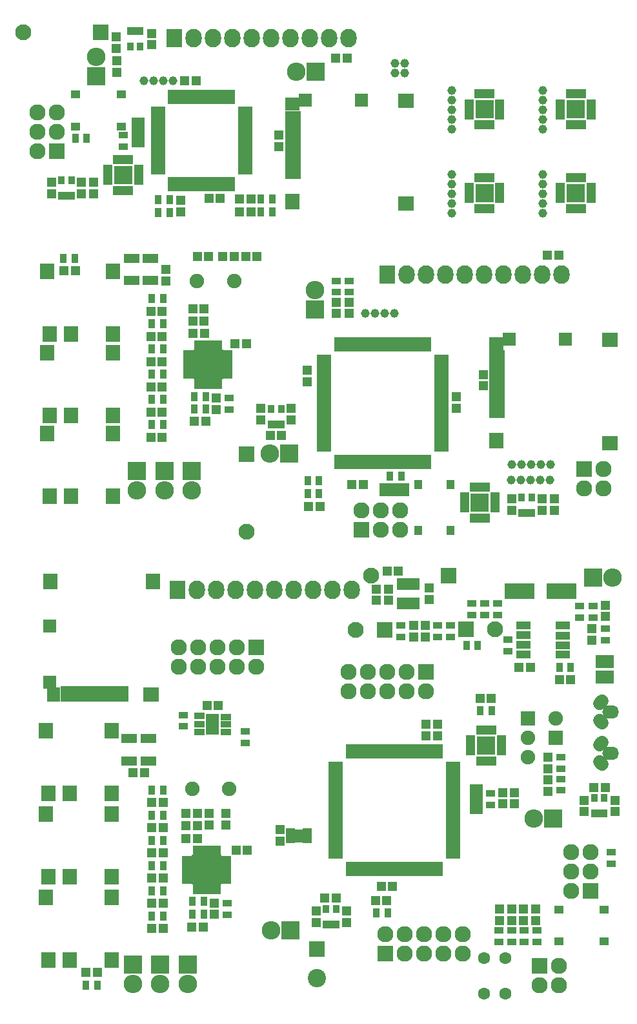
<source format=gbr>
G04 #@! TF.FileFunction,Soldermask,Top*
%FSLAX46Y46*%
G04 Gerber Fmt 4.6, Leading zero omitted, Abs format (unit mm)*
G04 Created by KiCad (PCBNEW 4.0.2-stable) date 19/04/2016 11:25:51*
%MOMM*%
G01*
G04 APERTURE LIST*
%ADD10C,0.100000*%
%ADD11R,2.127200X2.432000*%
%ADD12O,2.127200X2.432000*%
%ADD13R,1.200000X1.150000*%
%ADD14R,2.080000X1.200000*%
%ADD15R,1.900000X2.100000*%
%ADD16R,1.900000X1.800000*%
%ADD17R,1.700000X1.700000*%
%ADD18R,2.100000X1.900000*%
%ADD19R,1.800000X1.700000*%
%ADD20R,1.200000X0.750000*%
%ADD21R,2.350000X2.350000*%
%ADD22R,0.750000X1.200000*%
%ADD23R,1.150000X1.200000*%
%ADD24C,2.099260*%
%ADD25R,2.099260X2.099260*%
%ADD26R,1.197560X1.197560*%
%ADD27R,1.900000X0.700000*%
%ADD28R,0.700000X1.900000*%
%ADD29R,2.127200X2.127200*%
%ADD30O,2.127200X2.127200*%
%ADD31C,1.162000*%
%ADD32R,2.432000X2.432000*%
%ADD33O,2.432000X2.432000*%
%ADD34R,0.900000X1.300000*%
%ADD35R,1.300000X0.900000*%
%ADD36R,1.100000X1.300000*%
%ADD37R,0.806400X1.060400*%
%ADD38C,1.901140*%
%ADD39R,4.000000X4.000000*%
%ADD40R,1.400000X0.650000*%
%ADD41R,0.650000X1.400000*%
%ADD42R,2.100000X1.300000*%
%ADD43R,1.365200X1.670000*%
%ADD44R,1.300000X1.100000*%
%ADD45R,0.950000X1.900000*%
%ADD46R,1.900000X0.950000*%
%ADD47R,1.670000X1.365200*%
%ADD48R,1.400000X0.850000*%
%ADD49R,1.800000X2.700000*%
%ADD50O,2.200860X1.700480*%
%ADD51C,1.700480*%
%ADD52C,1.900000*%
%ADD53R,1.050000X1.750000*%
%ADD54R,1.200000X0.650000*%
%ADD55R,1.900000X1.900000*%
%ADD56R,1.200000X2.080000*%
%ADD57R,1.800000X1.900000*%
%ADD58R,1.700000X1.800000*%
%ADD59C,1.600000*%
%ADD60C,2.100000*%
%ADD61R,2.100000X2.100000*%
%ADD62R,1.000000X1.500000*%
%ADD63R,1.900000X1.000000*%
%ADD64R,2.400000X1.800000*%
%ADD65C,2.398980*%
%ADD66R,3.999180X2.000200*%
G04 APERTURE END LIST*
D10*
D11*
X77597000Y-87185500D03*
D12*
X80137000Y-87185500D03*
X82677000Y-87185500D03*
X85217000Y-87185500D03*
X87757000Y-87185500D03*
X90297000Y-87185500D03*
X92837000Y-87185500D03*
X95377000Y-87185500D03*
X97917000Y-87185500D03*
X100457000Y-87185500D03*
D13*
X52056600Y-93281500D03*
X53556600Y-93281500D03*
D14*
X91989000Y-97693000D03*
X91989000Y-98793000D03*
X91989000Y-100993000D03*
X91989000Y-99893000D03*
X91989000Y-104293000D03*
X91989000Y-105393000D03*
X91989000Y-103193000D03*
X91989000Y-102093000D03*
D15*
X91899000Y-108943000D03*
D16*
X91899000Y-96193000D03*
D17*
X93569000Y-95633000D03*
D18*
X106749000Y-109233000D03*
D19*
X100909000Y-95633000D03*
D18*
X106749000Y-95743000D03*
D20*
X91750500Y-116055500D03*
X91750500Y-116705500D03*
X91750500Y-117355500D03*
X91750500Y-118005500D03*
D21*
X89725500Y-117030500D03*
D20*
X87700500Y-116055500D03*
X87700500Y-116705500D03*
X87700500Y-117355500D03*
X87700500Y-118005500D03*
D22*
X90700500Y-119055500D03*
X90050500Y-119055500D03*
X89400500Y-119055500D03*
X88750500Y-119055500D03*
X90700500Y-115005500D03*
X90050500Y-115005500D03*
X89400500Y-115005500D03*
X88750500Y-115005500D03*
D23*
X99504500Y-118034500D03*
X99504500Y-116534500D03*
X97917000Y-118034500D03*
X97917000Y-116534500D03*
X93916500Y-118034500D03*
X93916500Y-116534500D03*
D13*
X63716600Y-108254800D03*
X62216600Y-108254800D03*
D23*
X64998600Y-106160000D03*
X64998600Y-104660000D03*
X60985400Y-106185400D03*
X60985400Y-104685400D03*
X48577500Y-86499000D03*
X48577500Y-87999000D03*
D13*
X67245800Y-117551200D03*
X68745800Y-117551200D03*
X74410000Y-114681000D03*
X72910000Y-114681000D03*
X54153500Y-84772500D03*
X52653500Y-84772500D03*
X56019000Y-84772500D03*
X57519000Y-84772500D03*
X52056600Y-91668600D03*
X53556600Y-91668600D03*
X52082000Y-94881700D03*
X53582000Y-94881700D03*
X57619200Y-96227900D03*
X59119200Y-96227900D03*
X98589400Y-84632800D03*
X100089400Y-84632800D03*
D23*
X90170000Y-100240400D03*
X90170000Y-101740400D03*
D13*
X48057500Y-91948000D03*
X46557500Y-91948000D03*
X48057500Y-95250000D03*
X46557500Y-95250000D03*
X48057500Y-98552000D03*
X46557500Y-98552000D03*
X48057500Y-101854000D03*
X46557500Y-101854000D03*
X48057500Y-105156000D03*
X46557500Y-105156000D03*
X48057500Y-108458000D03*
X46557500Y-108458000D03*
D23*
X55181500Y-103326500D03*
X55181500Y-104826500D03*
D13*
X36691000Y-86677500D03*
X35191000Y-86677500D03*
X53772500Y-106362500D03*
X52272500Y-106362500D03*
D23*
X86614000Y-103136000D03*
X86614000Y-104636000D03*
X67119500Y-101207000D03*
X67119500Y-99707000D03*
D24*
X59159140Y-120853720D03*
D25*
X59159140Y-110693720D03*
D26*
X70866000Y-90754200D03*
X70866000Y-92252800D03*
X72580500Y-90754200D03*
X72580500Y-92252800D03*
D27*
X84662000Y-110013000D03*
X84662000Y-109513000D03*
X84662000Y-109013000D03*
X84662000Y-108513000D03*
X84662000Y-108013000D03*
X84662000Y-107513000D03*
X84662000Y-107013000D03*
X84662000Y-106513000D03*
X84662000Y-106013000D03*
X84662000Y-105513000D03*
X84662000Y-105013000D03*
X84662000Y-104513000D03*
X84662000Y-104013000D03*
X84662000Y-103513000D03*
X84662000Y-103013000D03*
X84662000Y-102513000D03*
X84662000Y-102013000D03*
X84662000Y-101513000D03*
X84662000Y-101013000D03*
X84662000Y-100513000D03*
X84662000Y-100013000D03*
X84662000Y-99513000D03*
X84662000Y-99013000D03*
X84662000Y-98513000D03*
X84662000Y-98013000D03*
D28*
X82962000Y-96313000D03*
X82462000Y-96313000D03*
X81962000Y-96313000D03*
X81462000Y-96313000D03*
X80962000Y-96313000D03*
X80462000Y-96313000D03*
X79962000Y-96313000D03*
X79462000Y-96313000D03*
X78962000Y-96313000D03*
X78462000Y-96313000D03*
X77962000Y-96313000D03*
X77462000Y-96313000D03*
X76962000Y-96313000D03*
X76462000Y-96313000D03*
X75962000Y-96313000D03*
X75462000Y-96313000D03*
X74962000Y-96313000D03*
X74462000Y-96313000D03*
X73962000Y-96313000D03*
X73462000Y-96313000D03*
X72962000Y-96313000D03*
X72462000Y-96313000D03*
X71962000Y-96313000D03*
X71462000Y-96313000D03*
X70962000Y-96313000D03*
D27*
X69262000Y-98013000D03*
X69262000Y-98513000D03*
X69262000Y-99013000D03*
X69262000Y-99513000D03*
X69262000Y-100013000D03*
X69262000Y-100513000D03*
X69262000Y-101013000D03*
X69262000Y-101513000D03*
X69262000Y-102013000D03*
X69262000Y-102513000D03*
X69262000Y-103013000D03*
X69262000Y-103513000D03*
X69262000Y-104013000D03*
X69262000Y-104513000D03*
X69262000Y-105013000D03*
X69262000Y-105513000D03*
X69262000Y-106013000D03*
X69262000Y-106513000D03*
X69262000Y-107013000D03*
X69262000Y-107513000D03*
X69262000Y-108013000D03*
X69262000Y-108513000D03*
X69262000Y-109013000D03*
X69262000Y-109513000D03*
X69262000Y-110013000D03*
D28*
X70962000Y-111713000D03*
X71462000Y-111713000D03*
X71962000Y-111713000D03*
X72462000Y-111713000D03*
X72962000Y-111713000D03*
X73462000Y-111713000D03*
X73962000Y-111713000D03*
X74462000Y-111713000D03*
X74962000Y-111713000D03*
X75462000Y-111713000D03*
X75962000Y-111713000D03*
X76462000Y-111713000D03*
X76962000Y-111713000D03*
X77462000Y-111713000D03*
X77962000Y-111713000D03*
X78462000Y-111713000D03*
X78962000Y-111713000D03*
X79462000Y-111713000D03*
X79962000Y-111713000D03*
X80462000Y-111713000D03*
X80962000Y-111713000D03*
X81462000Y-111713000D03*
X81962000Y-111713000D03*
X82462000Y-111713000D03*
X82962000Y-111713000D03*
D29*
X103437000Y-112663000D03*
D30*
X105977000Y-112663000D03*
X103437000Y-115203000D03*
X105977000Y-115203000D03*
D29*
X74168000Y-120586500D03*
D30*
X74168000Y-118046500D03*
X76708000Y-120586500D03*
X76708000Y-118046500D03*
X79248000Y-120586500D03*
X79248000Y-118046500D03*
D31*
X93853000Y-114109500D03*
X98933000Y-114109500D03*
X97663000Y-114109500D03*
X96393000Y-114109500D03*
X95123000Y-114109500D03*
X93916500Y-112014000D03*
X98996500Y-112014000D03*
X97726500Y-112014000D03*
X96456500Y-112014000D03*
X95186500Y-112014000D03*
D32*
X68135500Y-91694000D03*
D33*
X68135500Y-89154000D03*
D32*
X51943000Y-112852200D03*
D33*
X51943000Y-115392200D03*
D32*
X48336200Y-112852200D03*
D33*
X48336200Y-115392200D03*
D32*
X44729400Y-112852200D03*
D33*
X44729400Y-115392200D03*
D15*
X33291000Y-116177500D03*
X36091000Y-116177500D03*
X41591000Y-116177500D03*
X41591000Y-107977500D03*
X32991000Y-107977500D03*
X33291000Y-105573000D03*
X36091000Y-105573000D03*
X41591000Y-105573000D03*
X41591000Y-97373000D03*
X32991000Y-97373000D03*
X33291000Y-94968500D03*
X36091000Y-94968500D03*
X41591000Y-94968500D03*
X41591000Y-86768500D03*
X32991000Y-86768500D03*
D31*
X74739500Y-92265500D03*
X76009500Y-92265500D03*
X77279500Y-92265500D03*
X78549500Y-92265500D03*
D34*
X67144200Y-114147600D03*
X68644200Y-114147600D03*
X67144200Y-115849400D03*
X68644200Y-115849400D03*
D35*
X70866000Y-87959500D03*
X70866000Y-89459500D03*
X72580500Y-87959500D03*
X72580500Y-89459500D03*
D34*
X48209900Y-106807000D03*
X46709900Y-106807000D03*
X48184500Y-103505000D03*
X46684500Y-103505000D03*
X48184500Y-100203000D03*
X46684500Y-100203000D03*
X48184500Y-96901000D03*
X46684500Y-96901000D03*
X48184500Y-93599000D03*
X46684500Y-93599000D03*
X48184500Y-90297000D03*
X46684500Y-90297000D03*
D35*
X56819800Y-104864600D03*
X56819800Y-103364600D03*
D34*
X36564000Y-85026500D03*
X35064000Y-85026500D03*
X53772500Y-104775000D03*
X52272500Y-104775000D03*
X53772500Y-103124000D03*
X52272500Y-103124000D03*
D36*
X85856500Y-120665500D03*
X81656500Y-120665500D03*
X85856500Y-114665500D03*
X81656500Y-114665500D03*
D37*
X95224600Y-118364000D03*
X96545400Y-118364000D03*
X95885000Y-118364000D03*
X96545400Y-116332000D03*
X95224600Y-116332000D03*
X62331600Y-106832400D03*
X63652400Y-106832400D03*
X62992000Y-106832400D03*
X63652400Y-104800400D03*
X62331600Y-104800400D03*
D38*
X57495440Y-88011000D03*
X52613560Y-88011000D03*
D32*
X64706500Y-110617000D03*
D33*
X62166500Y-110617000D03*
D39*
X54102000Y-98933000D03*
D40*
X56602000Y-98933000D03*
X56602000Y-99433000D03*
X56602000Y-99933000D03*
X56602000Y-100433000D03*
X56602000Y-98433000D03*
X56602000Y-97933000D03*
X56602000Y-97433000D03*
X51502000Y-98933000D03*
X51502000Y-98433000D03*
X51502000Y-97933000D03*
X51502000Y-97433000D03*
X51502000Y-99433000D03*
X51502000Y-99933000D03*
X51502000Y-100433000D03*
D41*
X55602000Y-101433000D03*
X55102000Y-101433000D03*
X54602000Y-101433000D03*
X54102000Y-101433000D03*
X53602000Y-101433000D03*
X53102000Y-101433000D03*
X52602000Y-101433000D03*
X52602000Y-96433000D03*
X53102000Y-96433000D03*
X53602000Y-96433000D03*
X54102000Y-96433000D03*
X54602000Y-96433000D03*
X55102000Y-96433000D03*
X55602000Y-96433000D03*
D42*
X46545500Y-85037000D03*
X46545500Y-87937000D03*
X44069000Y-85037000D03*
X44069000Y-87937000D03*
D13*
X60503500Y-84772500D03*
X59003500Y-84772500D03*
D34*
X79426500Y-113601500D03*
X77926500Y-113601500D03*
D43*
X77279500Y-115379500D03*
X78549500Y-115379500D03*
X79819500Y-115379500D03*
D24*
X29819080Y-55425340D03*
D25*
X39979080Y-55425340D03*
D23*
X33528000Y-75069000D03*
X33528000Y-76569000D03*
X42062400Y-60668600D03*
X42062400Y-59168600D03*
X42037000Y-55993600D03*
X42037000Y-57493600D03*
X46659800Y-55536400D03*
X46659800Y-57036400D03*
X37465000Y-76569000D03*
X37465000Y-75069000D03*
X39052500Y-76569000D03*
X39052500Y-75069000D03*
X50482500Y-78918500D03*
X50482500Y-77418500D03*
D13*
X70814500Y-58801000D03*
X72314500Y-58801000D03*
X51002500Y-61722000D03*
X52502500Y-61722000D03*
X55677500Y-77190600D03*
X54177500Y-77190600D03*
D26*
X59690000Y-78943200D03*
X58191400Y-78943200D03*
X59677300Y-77279500D03*
X58178700Y-77279500D03*
D29*
X34226500Y-70993000D03*
D30*
X31686500Y-70993000D03*
X34226500Y-68453000D03*
X31686500Y-68453000D03*
X34226500Y-65913000D03*
X31686500Y-65913000D03*
D31*
X45656500Y-61722000D03*
X46926500Y-61722000D03*
X48196500Y-61722000D03*
X49466500Y-61722000D03*
D32*
X68199000Y-60579000D03*
D33*
X65659000Y-60579000D03*
D11*
X49657000Y-56197500D03*
D12*
X52197000Y-56197500D03*
X54737000Y-56197500D03*
X57277000Y-56197500D03*
X59817000Y-56197500D03*
X62357000Y-56197500D03*
X64897000Y-56197500D03*
X67437000Y-56197500D03*
X69977000Y-56197500D03*
X72517000Y-56197500D03*
D34*
X47510000Y-79057500D03*
X49010000Y-79057500D03*
X47510000Y-77343000D03*
X49010000Y-77343000D03*
X36651500Y-69278500D03*
X38151500Y-69278500D03*
X62472000Y-78943200D03*
X60972000Y-78943200D03*
X62472000Y-77279500D03*
X60972000Y-77279500D03*
D14*
X65255500Y-66324000D03*
X65255500Y-67424000D03*
X65255500Y-69624000D03*
X65255500Y-68524000D03*
X65255500Y-72924000D03*
X65255500Y-74024000D03*
X65255500Y-71824000D03*
X65255500Y-70724000D03*
D15*
X65165500Y-77574000D03*
D16*
X65165500Y-64824000D03*
D17*
X66835500Y-64264000D03*
D18*
X80015500Y-77864000D03*
D19*
X74175500Y-64264000D03*
D18*
X80015500Y-64374000D03*
D44*
X42687500Y-63559000D03*
X42687500Y-67759000D03*
X36687500Y-63559000D03*
X36687500Y-67759000D03*
D37*
X45173900Y-55245000D03*
X43853100Y-55245000D03*
X44513500Y-55245000D03*
X43853100Y-57277000D03*
X45173900Y-57277000D03*
X34836100Y-76835000D03*
X36156900Y-76835000D03*
X35496500Y-76835000D03*
X36156900Y-74803000D03*
X34836100Y-74803000D03*
D45*
X49213000Y-75296000D03*
X50013000Y-75296000D03*
X50813000Y-75296000D03*
X51613000Y-75296000D03*
X52413000Y-75296000D03*
X53213000Y-75296000D03*
X54013000Y-75296000D03*
X54813000Y-75296000D03*
X55613000Y-75296000D03*
X56413000Y-75296000D03*
X57213000Y-75296000D03*
D46*
X58913000Y-73596000D03*
X58913000Y-72796000D03*
X58913000Y-71996000D03*
X58913000Y-71196000D03*
X58913000Y-70396000D03*
X58913000Y-69596000D03*
X58913000Y-68796000D03*
X58913000Y-67996000D03*
X58913000Y-67196000D03*
X58913000Y-66396000D03*
X58913000Y-65596000D03*
D45*
X57213000Y-63896000D03*
X56413000Y-63896000D03*
X55613000Y-63896000D03*
X54813000Y-63896000D03*
X54013000Y-63896000D03*
X53213000Y-63896000D03*
X52413000Y-63896000D03*
X51613000Y-63896000D03*
X50813000Y-63896000D03*
X50013000Y-63896000D03*
X49213000Y-63896000D03*
D46*
X47513000Y-65596000D03*
X47513000Y-66396000D03*
X47513000Y-67196000D03*
X47513000Y-67996000D03*
X47513000Y-68796000D03*
X47513000Y-69596000D03*
X47513000Y-70396000D03*
X47513000Y-71196000D03*
X47513000Y-71996000D03*
X47513000Y-72796000D03*
X47513000Y-73596000D03*
D31*
X78613000Y-59499500D03*
X79883000Y-59499500D03*
X78613000Y-60769500D03*
X79883000Y-60769500D03*
D20*
X40901000Y-75079500D03*
X40901000Y-74429500D03*
X40901000Y-73779500D03*
X40901000Y-73129500D03*
D21*
X42926000Y-74104500D03*
D20*
X44951000Y-75079500D03*
X44951000Y-74429500D03*
X44951000Y-73779500D03*
X44951000Y-73129500D03*
D22*
X41951000Y-72079500D03*
X42601000Y-72079500D03*
X43251000Y-72079500D03*
X43901000Y-72079500D03*
X41951000Y-76129500D03*
X42601000Y-76129500D03*
X43251000Y-76129500D03*
X43901000Y-76129500D03*
D32*
X39420800Y-61163200D03*
D33*
X39420800Y-58623200D03*
D23*
X63347600Y-70346000D03*
X63347600Y-68846000D03*
D35*
X42989500Y-70346000D03*
X42989500Y-68846000D03*
D47*
X44894500Y-67246500D03*
X44894500Y-68516500D03*
X44894500Y-69786500D03*
D31*
X86015500Y-73995000D03*
X86015500Y-79075000D03*
X86015500Y-77805000D03*
X86015500Y-76535000D03*
X86015500Y-75265000D03*
D20*
X92348500Y-75505500D03*
X92348500Y-76155500D03*
X92348500Y-76805500D03*
X92348500Y-77455500D03*
D21*
X90323500Y-76480500D03*
D20*
X88298500Y-75505500D03*
X88298500Y-76155500D03*
X88298500Y-76805500D03*
X88298500Y-77455500D03*
D22*
X91298500Y-78505500D03*
X90648500Y-78505500D03*
X89998500Y-78505500D03*
X89348500Y-78505500D03*
X91298500Y-74455500D03*
X90648500Y-74455500D03*
X89998500Y-74455500D03*
X89348500Y-74455500D03*
D31*
X98017000Y-63009500D03*
X98017000Y-68089500D03*
X98017000Y-66819500D03*
X98017000Y-65549500D03*
X98017000Y-64279500D03*
D20*
X104350000Y-64520000D03*
X104350000Y-65170000D03*
X104350000Y-65820000D03*
X104350000Y-66470000D03*
D21*
X102325000Y-65495000D03*
D20*
X100300000Y-64520000D03*
X100300000Y-65170000D03*
X100300000Y-65820000D03*
X100300000Y-66470000D03*
D22*
X103300000Y-67520000D03*
X102650000Y-67520000D03*
X102000000Y-67520000D03*
X101350000Y-67520000D03*
X103300000Y-63470000D03*
X102650000Y-63470000D03*
X102000000Y-63470000D03*
X101350000Y-63470000D03*
D31*
X98017000Y-73995000D03*
X98017000Y-79075000D03*
X98017000Y-77805000D03*
X98017000Y-76535000D03*
X98017000Y-75265000D03*
D20*
X104350000Y-75505500D03*
X104350000Y-76155500D03*
X104350000Y-76805500D03*
X104350000Y-77455500D03*
D21*
X102325000Y-76480500D03*
D20*
X100300000Y-75505500D03*
X100300000Y-76155500D03*
X100300000Y-76805500D03*
X100300000Y-77455500D03*
D22*
X103300000Y-78505500D03*
X102650000Y-78505500D03*
X102000000Y-78505500D03*
X101350000Y-78505500D03*
X103300000Y-74455500D03*
X102650000Y-74455500D03*
X102000000Y-74455500D03*
X101350000Y-74455500D03*
D31*
X86015500Y-63009500D03*
X86015500Y-68089500D03*
X86015500Y-66819500D03*
X86015500Y-65549500D03*
X86015500Y-64279500D03*
D20*
X92348500Y-64520000D03*
X92348500Y-65170000D03*
X92348500Y-65820000D03*
X92348500Y-66470000D03*
D21*
X90323500Y-65495000D03*
D20*
X88298500Y-64520000D03*
X88298500Y-65170000D03*
X88298500Y-65820000D03*
X88298500Y-66470000D03*
D22*
X91298500Y-67520000D03*
X90648500Y-67520000D03*
X89998500Y-67520000D03*
X89348500Y-67520000D03*
X91298500Y-63470000D03*
X90648500Y-63470000D03*
X89998500Y-63470000D03*
X89348500Y-63470000D03*
D23*
X94297500Y-156515500D03*
X94297500Y-155015500D03*
D48*
X56373500Y-147113500D03*
X56373500Y-146113500D03*
X56373500Y-145113500D03*
X52973500Y-145013500D03*
X52973500Y-146113500D03*
X52973500Y-147113500D03*
D49*
X54673500Y-146113500D03*
D13*
X53455000Y-172656500D03*
X51955000Y-172656500D03*
D34*
X53518500Y-169291000D03*
X52018500Y-169291000D03*
D35*
X58991500Y-147014500D03*
X58991500Y-148514500D03*
X50863500Y-146355500D03*
X50863500Y-144855500D03*
D29*
X82677000Y-139192000D03*
D30*
X82677000Y-141732000D03*
X80137000Y-139192000D03*
X80137000Y-141732000D03*
X77597000Y-139192000D03*
X77597000Y-141732000D03*
X75057000Y-139192000D03*
X75057000Y-141732000D03*
X72517000Y-139192000D03*
X72517000Y-141732000D03*
D13*
X84189000Y-146050000D03*
X82689000Y-146050000D03*
D29*
X60388500Y-136017000D03*
D30*
X60388500Y-138557000D03*
X57848500Y-136017000D03*
X57848500Y-138557000D03*
X55308500Y-136017000D03*
X55308500Y-138557000D03*
X52768500Y-136017000D03*
X52768500Y-138557000D03*
X50228500Y-136017000D03*
X50228500Y-138557000D03*
D50*
X106870500Y-149923500D03*
D51*
X105777411Y-148476589D02*
X105423589Y-148830411D01*
X105423589Y-151016589D02*
X105777411Y-151370411D01*
D52*
X56860440Y-154559000D03*
X51978560Y-154559000D03*
D28*
X84486000Y-149653000D03*
X83986000Y-149653000D03*
X83486000Y-149653000D03*
X82986000Y-149653000D03*
X82486000Y-149653000D03*
X81986000Y-149653000D03*
X81486000Y-149653000D03*
X80986000Y-149653000D03*
X80486000Y-149653000D03*
X79986000Y-149653000D03*
X79486000Y-149653000D03*
X78986000Y-149653000D03*
X78486000Y-149653000D03*
X77986000Y-149653000D03*
X77486000Y-149653000D03*
X76986000Y-149653000D03*
X76486000Y-149653000D03*
X75986000Y-149653000D03*
X75486000Y-149653000D03*
X74986000Y-149653000D03*
X74486000Y-149653000D03*
X73986000Y-149653000D03*
X73486000Y-149653000D03*
X72986000Y-149653000D03*
X72486000Y-149653000D03*
D27*
X70786000Y-151353000D03*
X70786000Y-151853000D03*
X70786000Y-152353000D03*
X70786000Y-152853000D03*
X70786000Y-153353000D03*
X70786000Y-153853000D03*
X70786000Y-154353000D03*
X70786000Y-154853000D03*
X70786000Y-155353000D03*
X70786000Y-155853000D03*
X70786000Y-156353000D03*
X70786000Y-156853000D03*
X70786000Y-157353000D03*
X70786000Y-157853000D03*
X70786000Y-158353000D03*
X70786000Y-158853000D03*
X70786000Y-159353000D03*
X70786000Y-159853000D03*
X70786000Y-160353000D03*
X70786000Y-160853000D03*
X70786000Y-161353000D03*
X70786000Y-161853000D03*
X70786000Y-162353000D03*
X70786000Y-162853000D03*
X70786000Y-163353000D03*
D28*
X72486000Y-165053000D03*
X72986000Y-165053000D03*
X73486000Y-165053000D03*
X73986000Y-165053000D03*
X74486000Y-165053000D03*
X74986000Y-165053000D03*
X75486000Y-165053000D03*
X75986000Y-165053000D03*
X76486000Y-165053000D03*
X76986000Y-165053000D03*
X77486000Y-165053000D03*
X77986000Y-165053000D03*
X78486000Y-165053000D03*
X78986000Y-165053000D03*
X79486000Y-165053000D03*
X79986000Y-165053000D03*
X80486000Y-165053000D03*
X80986000Y-165053000D03*
X81486000Y-165053000D03*
X81986000Y-165053000D03*
X82486000Y-165053000D03*
X82986000Y-165053000D03*
X83486000Y-165053000D03*
X83986000Y-165053000D03*
X84486000Y-165053000D03*
D27*
X86186000Y-163353000D03*
X86186000Y-162853000D03*
X86186000Y-162353000D03*
X86186000Y-161853000D03*
X86186000Y-161353000D03*
X86186000Y-160853000D03*
X86186000Y-160353000D03*
X86186000Y-159853000D03*
X86186000Y-159353000D03*
X86186000Y-158853000D03*
X86186000Y-158353000D03*
X86186000Y-157853000D03*
X86186000Y-157353000D03*
X86186000Y-156853000D03*
X86186000Y-156353000D03*
X86186000Y-155853000D03*
X86186000Y-155353000D03*
X86186000Y-154853000D03*
X86186000Y-154353000D03*
X86186000Y-153853000D03*
X86186000Y-153353000D03*
X86186000Y-152853000D03*
X86186000Y-152353000D03*
X86186000Y-151853000D03*
X86186000Y-151353000D03*
D23*
X98679000Y-150380000D03*
X98679000Y-151880000D03*
X103374900Y-156032700D03*
X103374900Y-157532700D03*
X107438900Y-157532700D03*
X107438900Y-156032700D03*
D13*
X106156900Y-154369700D03*
X104656900Y-154369700D03*
D23*
X68230750Y-170541250D03*
X68230750Y-172041250D03*
X72231250Y-172041250D03*
X72231250Y-170541250D03*
D13*
X70885750Y-168878250D03*
X69385750Y-168878250D03*
X44208000Y-152463500D03*
X45708000Y-152463500D03*
X77521500Y-169227500D03*
X76021500Y-169227500D03*
D23*
X98679000Y-154864500D03*
X98679000Y-153364500D03*
X92710000Y-156515500D03*
X92710000Y-155015500D03*
D13*
X91237500Y-142684500D03*
X89737500Y-142684500D03*
X84189000Y-147637500D03*
X82689000Y-147637500D03*
D23*
X54229000Y-159246000D03*
X54229000Y-157746000D03*
X56451500Y-159246000D03*
X56451500Y-157746000D03*
D13*
X51193000Y-161036000D03*
X52693000Y-161036000D03*
X51193000Y-159385000D03*
X52693000Y-159385000D03*
X57733500Y-162623500D03*
X59233500Y-162623500D03*
X48184500Y-156337000D03*
X46684500Y-156337000D03*
X48184500Y-159639000D03*
X46684500Y-159639000D03*
X48184500Y-162941000D03*
X46684500Y-162941000D03*
X48184500Y-166243000D03*
X46684500Y-166243000D03*
X48184500Y-169545000D03*
X46684500Y-169545000D03*
X48184500Y-172847000D03*
X46684500Y-172847000D03*
D23*
X54927500Y-169493500D03*
X54927500Y-170993500D03*
D13*
X39542000Y-178562000D03*
X38042000Y-178562000D03*
D23*
X63500000Y-159905000D03*
X63500000Y-161405000D03*
D13*
X53923500Y-143637000D03*
X55423500Y-143637000D03*
X78283500Y-167322500D03*
X76783500Y-167322500D03*
D26*
X92297250Y-170287950D03*
X92297250Y-171786550D03*
X93884750Y-170287950D03*
X93884750Y-171786550D03*
X95472250Y-170287950D03*
X95472250Y-171786550D03*
X97059750Y-170287950D03*
X97059750Y-171786550D03*
D29*
X97536000Y-177736500D03*
D30*
X100076000Y-177736500D03*
X97536000Y-180276500D03*
X100076000Y-180276500D03*
D29*
X104267000Y-167957500D03*
D30*
X101727000Y-167957500D03*
X104267000Y-165417500D03*
X101727000Y-165417500D03*
X104267000Y-162877500D03*
X101727000Y-162877500D03*
D29*
X77343000Y-176149000D03*
D30*
X77343000Y-173609000D03*
X79883000Y-176149000D03*
X79883000Y-173609000D03*
X82423000Y-176149000D03*
X82423000Y-173609000D03*
X84963000Y-176149000D03*
X84963000Y-173609000D03*
X87503000Y-176149000D03*
X87503000Y-173609000D03*
D11*
X50101500Y-128460500D03*
D12*
X52641500Y-128460500D03*
X55181500Y-128460500D03*
X57721500Y-128460500D03*
X60261500Y-128460500D03*
X62801500Y-128460500D03*
X65341500Y-128460500D03*
X67881500Y-128460500D03*
X70421500Y-128460500D03*
X72961500Y-128460500D03*
D34*
X76148500Y-170815000D03*
X77648500Y-170815000D03*
D35*
X100330000Y-150380000D03*
X100330000Y-151880000D03*
X100330000Y-153237500D03*
X100330000Y-154737500D03*
X106934000Y-162826000D03*
X106934000Y-164326000D03*
D34*
X89760360Y-144317720D03*
X91260360Y-144317720D03*
D35*
X92233750Y-174581250D03*
X92233750Y-173081250D03*
X93884750Y-174581250D03*
X93884750Y-173081250D03*
X95535750Y-174581250D03*
X95535750Y-173081250D03*
X97186750Y-174581250D03*
X97186750Y-173081250D03*
D34*
X48184500Y-171196000D03*
X46684500Y-171196000D03*
X48184500Y-167894000D03*
X46684500Y-167894000D03*
X48184500Y-164592000D03*
X46684500Y-164592000D03*
X48184500Y-161290000D03*
X46684500Y-161290000D03*
X48184500Y-157988000D03*
X46684500Y-157988000D03*
X48184500Y-154686000D03*
X46684500Y-154686000D03*
D35*
X56578500Y-171057000D03*
X56578500Y-169557000D03*
D34*
X39542000Y-180276500D03*
X38042000Y-180276500D03*
X53518500Y-171005500D03*
X52018500Y-171005500D03*
D37*
X104746500Y-157798700D03*
X106067300Y-157798700D03*
X105406900Y-157798700D03*
X106067300Y-155766700D03*
X104746500Y-155766700D03*
X69538850Y-172307250D03*
X70859650Y-172307250D03*
X70199250Y-172307250D03*
X70859650Y-170275250D03*
X69538850Y-170275250D03*
D53*
X66008250Y-160686750D03*
D54*
X64908250Y-160036750D03*
X64908250Y-160686750D03*
X64908250Y-161336750D03*
X67108250Y-161336750D03*
X67108250Y-160686750D03*
X67108250Y-160036750D03*
D55*
X96027240Y-145282920D03*
D52*
X96027240Y-147822920D03*
X96027240Y-150362920D03*
D55*
X99715320Y-147825460D03*
D52*
X99715320Y-145285460D03*
D56*
X35336000Y-142135500D03*
X36436000Y-142135500D03*
X38636000Y-142135500D03*
X37536000Y-142135500D03*
X41936000Y-142135500D03*
X43036000Y-142135500D03*
X40836000Y-142135500D03*
X39736000Y-142135500D03*
D18*
X46586000Y-142225500D03*
D57*
X33836000Y-142225500D03*
D17*
X33276000Y-140555500D03*
D15*
X46876000Y-127375500D03*
D58*
X33276000Y-133215500D03*
D15*
X33386000Y-127375500D03*
X33094000Y-177010500D03*
X35894000Y-177010500D03*
X41394000Y-177010500D03*
X41394000Y-168810500D03*
X32794000Y-168810500D03*
X33094000Y-166088500D03*
X35894000Y-166088500D03*
X41394000Y-166088500D03*
X41394000Y-157888500D03*
X32794000Y-157888500D03*
X33094000Y-155166500D03*
X35894000Y-155166500D03*
X41394000Y-155166500D03*
X41394000Y-146966500D03*
X32794000Y-146966500D03*
D32*
X51418000Y-177548500D03*
D33*
X51418000Y-180088500D03*
D32*
X47818000Y-177548500D03*
D33*
X47818000Y-180088500D03*
D32*
X44218000Y-177548500D03*
D33*
X44218000Y-180088500D03*
D44*
X100060500Y-174566000D03*
X100060500Y-170366000D03*
X106060500Y-174566000D03*
X106060500Y-170366000D03*
D59*
X93094000Y-181370000D03*
X90294000Y-181370000D03*
X93094000Y-176770000D03*
X90294000Y-176770000D03*
D50*
X106870500Y-144462500D03*
D51*
X105777411Y-143015589D02*
X105423589Y-143369411D01*
X105423589Y-145555589D02*
X105777411Y-145909411D01*
D23*
X83121500Y-128218500D03*
X83121500Y-129718500D03*
X76136500Y-129845500D03*
X76136500Y-128345500D03*
X77787500Y-129845500D03*
X77787500Y-128345500D03*
D13*
X100151500Y-140271500D03*
X101651500Y-140271500D03*
D23*
X104457500Y-133552500D03*
X104457500Y-135052500D03*
X82613500Y-133108000D03*
X82613500Y-134608000D03*
X81026000Y-133108000D03*
X81026000Y-134608000D03*
X106203750Y-131972750D03*
X106203750Y-130472750D03*
D60*
X75437480Y-126616460D03*
D25*
X85597480Y-126616460D03*
D60*
X91757500Y-133667500D03*
D61*
X87947500Y-133667500D03*
D60*
X73469500Y-133731000D03*
D61*
X77279500Y-133731000D03*
D35*
X84201000Y-133108000D03*
X84201000Y-134608000D03*
D34*
X100151500Y-138620500D03*
X101651500Y-138620500D03*
D35*
X85852000Y-134608000D03*
X85852000Y-133108000D03*
X102838250Y-130599750D03*
X102838250Y-132099750D03*
X106172000Y-135052500D03*
X106172000Y-133552500D03*
X79375000Y-133108000D03*
X79375000Y-134608000D03*
X93408500Y-136513000D03*
X93408500Y-135013000D03*
D34*
X87959500Y-135763000D03*
X89459500Y-135763000D03*
D35*
X92075000Y-131750500D03*
X92075000Y-130250500D03*
X104552750Y-132099750D03*
X104552750Y-130599750D03*
X90360500Y-131750500D03*
X90360500Y-130250500D03*
X88646000Y-131750500D03*
X88646000Y-130250500D03*
D62*
X79327500Y-130268500D03*
X80327500Y-130268500D03*
X81327500Y-130268500D03*
X81327500Y-127668500D03*
X80327500Y-127668500D03*
X79327500Y-127668500D03*
D63*
X100644000Y-136964500D03*
X100644000Y-135764500D03*
X100644000Y-134464500D03*
X100644000Y-133164500D03*
X95444000Y-133164500D03*
X95444000Y-134364500D03*
X95444000Y-135664500D03*
X95444000Y-136964500D03*
D32*
X104584500Y-126873000D03*
D33*
X107124500Y-126873000D03*
D13*
X94881000Y-138620500D03*
X96381000Y-138620500D03*
D42*
X46228000Y-147965500D03*
X46228000Y-150865500D03*
X43688000Y-147965500D03*
X43688000Y-150865500D03*
D32*
X99377500Y-158432500D03*
D33*
X96837500Y-158432500D03*
D20*
X92576000Y-147869000D03*
X92576000Y-148519000D03*
X92576000Y-149169000D03*
X92576000Y-149819000D03*
D21*
X90551000Y-148844000D03*
D20*
X88526000Y-147869000D03*
X88526000Y-148519000D03*
X88526000Y-149169000D03*
X88526000Y-149819000D03*
D22*
X91526000Y-150869000D03*
X90876000Y-150869000D03*
X90226000Y-150869000D03*
X89576000Y-150869000D03*
X91526000Y-146819000D03*
X90876000Y-146819000D03*
X90226000Y-146819000D03*
X89576000Y-146819000D03*
D39*
X53911500Y-165163500D03*
D40*
X56411500Y-165163500D03*
X56411500Y-165663500D03*
X56411500Y-166163500D03*
X56411500Y-166663500D03*
X56411500Y-164663500D03*
X56411500Y-164163500D03*
X56411500Y-163663500D03*
X51311500Y-165163500D03*
X51311500Y-164663500D03*
X51311500Y-164163500D03*
X51311500Y-163663500D03*
X51311500Y-165663500D03*
X51311500Y-166163500D03*
X51311500Y-166663500D03*
D41*
X55411500Y-167663500D03*
X54911500Y-167663500D03*
X54411500Y-167663500D03*
X53911500Y-167663500D03*
X53411500Y-167663500D03*
X52911500Y-167663500D03*
X52411500Y-167663500D03*
X52411500Y-162663500D03*
X52911500Y-162663500D03*
X53411500Y-162663500D03*
X53911500Y-162663500D03*
X54411500Y-162663500D03*
X54911500Y-162663500D03*
X55411500Y-162663500D03*
D64*
X106108500Y-137874500D03*
X106108500Y-139874500D03*
D32*
X64897000Y-173101000D03*
D33*
X62357000Y-173101000D03*
D65*
X68326000Y-179387500D03*
D61*
X68326000Y-175577500D03*
D13*
X52693000Y-157797500D03*
X51193000Y-157797500D03*
D66*
X100477320Y-128651000D03*
X94975680Y-128651000D03*
D35*
X91122500Y-155142500D03*
X91122500Y-156642500D03*
D47*
X89281000Y-157162500D03*
X89281000Y-155892500D03*
X89281000Y-154622500D03*
D13*
X79045500Y-126047500D03*
X77545500Y-126047500D03*
M02*

</source>
